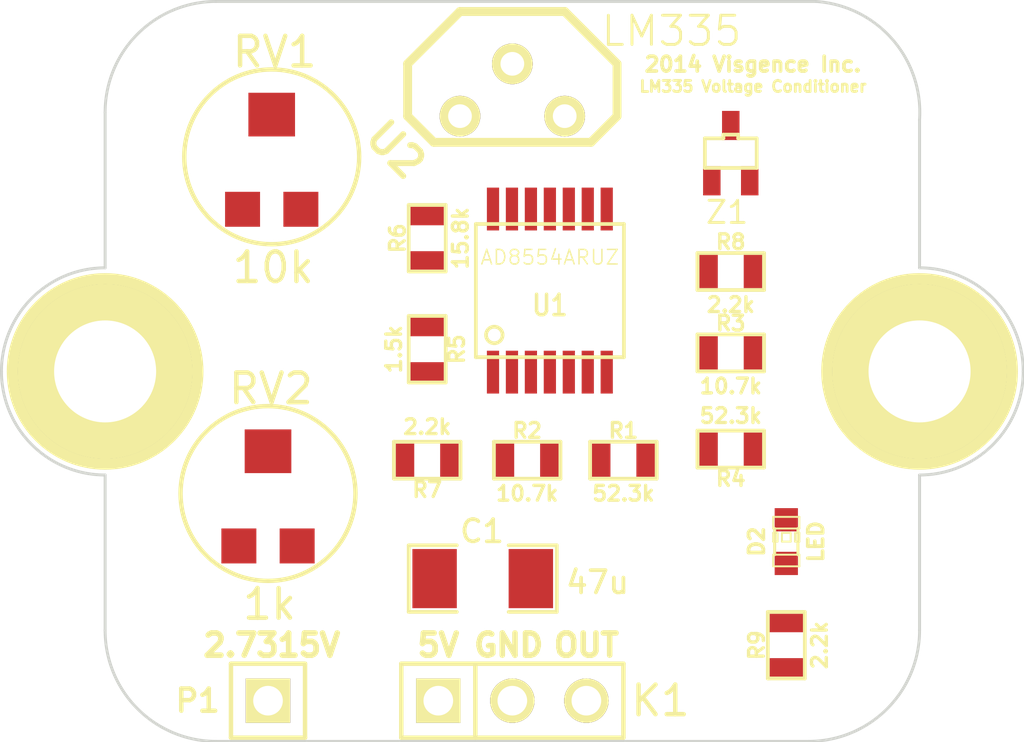
<source format=kicad_pcb>
(kicad_pcb (version 3) (host pcbnew "(2013-07-07 BZR 4022)-stable")

  (general
    (links 34)
    (no_connects 34)
    (area 19.23228 24.784493 54.42772 51.003201)
    (thickness 1.6)
    (drawings 21)
    (tracks 0)
    (zones 0)
    (modules 20)
    (nets 14)
  )

  (page USLetter)
  (title_block 
    (title "LM335 Voltage Conditioner")
    (rev 1)
    (company "Visgence Inc")
  )

  (layers
    (15 F.Cu signal)
    (0 B.Cu signal)
    (16 B.Adhes user)
    (17 F.Adhes user)
    (18 B.Paste user)
    (19 F.Paste user)
    (20 B.SilkS user)
    (21 F.SilkS user)
    (22 B.Mask user)
    (23 F.Mask user)
    (24 Dwgs.User user)
    (25 Cmts.User user)
    (26 Eco1.User user)
    (27 Eco2.User user)
    (28 Edge.Cuts user)
  )

  (setup
    (last_trace_width 0.254)
    (trace_clearance 0.254)
    (zone_clearance 0.508)
    (zone_45_only no)
    (trace_min 0.254)
    (segment_width 0.2)
    (edge_width 0.1)
    (via_size 0.889)
    (via_drill 0.635)
    (via_min_size 0.889)
    (via_min_drill 0.508)
    (uvia_size 0.508)
    (uvia_drill 0.127)
    (uvias_allowed no)
    (uvia_min_size 0.508)
    (uvia_min_drill 0.127)
    (pcb_text_width 0.3)
    (pcb_text_size 1.5 1.5)
    (mod_edge_width 0.15)
    (mod_text_size 1 1)
    (mod_text_width 0.15)
    (pad_size 1.397 1.397)
    (pad_drill 0.8128)
    (pad_to_mask_clearance 0)
    (aux_axis_origin 0 0)
    (visible_elements 7FFFFFBF)
    (pcbplotparams
      (layerselection 3178497)
      (usegerberextensions true)
      (excludeedgelayer true)
      (linewidth 0.150000)
      (plotframeref false)
      (viasonmask false)
      (mode 1)
      (useauxorigin false)
      (hpglpennumber 1)
      (hpglpenspeed 20)
      (hpglpendiameter 15)
      (hpglpenoverlay 2)
      (psnegative false)
      (psa4output false)
      (plotreference true)
      (plotvalue true)
      (plotothertext true)
      (plotinvisibletext false)
      (padsonsilk false)
      (subtractmaskfromsilk false)
      (outputformat 1)
      (mirror false)
      (drillshape 1)
      (scaleselection 1)
      (outputdirectory ""))
  )

  (net 0 "")
  (net 1 +5V)
  (net 2 /OUT)
  (net 3 /TEMP)
  (net 4 GND)
  (net 5 N-0000011)
  (net 6 N-0000016)
  (net 7 N-0000018)
  (net 8 N-000003)
  (net 9 N-000005)
  (net 10 N-000006)
  (net 11 N-000007)
  (net 12 N-000008)
  (net 13 N-000009)

  (net_class Default "This is the default net class."
    (clearance 0.254)
    (trace_width 0.254)
    (via_dia 0.889)
    (via_drill 0.635)
    (uvia_dia 0.508)
    (uvia_drill 0.127)
    (add_net "")
    (add_net +5V)
    (add_net /OUT)
    (add_net /TEMP)
    (add_net GND)
    (add_net N-0000011)
    (add_net N-0000016)
    (add_net N-0000018)
    (add_net N-000003)
    (add_net N-000005)
    (add_net N-000006)
    (add_net N-000007)
    (add_net N-000008)
    (add_net N-000009)
  )

  (module PIN_ARRAY_3X1 (layer F.Cu) (tedit 52D187DC) (tstamp 52D17DBE)
    (at 36.83 49.403)
    (descr "Connecteur 3 pins")
    (tags "CONN DEV")
    (path /52D0D4AF)
    (fp_text reference K1 (at 5.08 0) (layer F.SilkS)
      (effects (font (size 1.016 1.016) (thickness 0.1524)))
    )
    (fp_text value OUT (at 0 -2.159) (layer F.SilkS) hide
      (effects (font (size 1.016 1.016) (thickness 0.1524)))
    )
    (fp_line (start -3.81 1.27) (end -3.81 -1.27) (layer F.SilkS) (width 0.1524))
    (fp_line (start -3.81 -1.27) (end 3.81 -1.27) (layer F.SilkS) (width 0.1524))
    (fp_line (start 3.81 -1.27) (end 3.81 1.27) (layer F.SilkS) (width 0.1524))
    (fp_line (start 3.81 1.27) (end -3.81 1.27) (layer F.SilkS) (width 0.1524))
    (fp_line (start -1.27 -1.27) (end -1.27 1.27) (layer F.SilkS) (width 0.1524))
    (pad 1 thru_hole rect (at -2.54 0) (size 1.524 1.524) (drill 1.016)
      (layers *.Cu *.Mask F.SilkS)
      (net 1 +5V)
    )
    (pad 2 thru_hole circle (at 0 0) (size 1.524 1.524) (drill 1.016)
      (layers *.Cu *.Mask F.SilkS)
      (net 4 GND)
    )
    (pad 3 thru_hole circle (at 2.54 0) (size 1.524 1.524) (drill 1.016)
      (layers *.Cu *.Mask F.SilkS)
      (net 2 /OUT)
    )
    (model pin_array/pins_array_3x1.wrl
      (at (xyz 0 0 0))
      (scale (xyz 1 1 1))
      (rotate (xyz 0 0 0))
    )
  )

  (module PIN_ARRAY_1 (layer F.Cu) (tedit 52D217E2) (tstamp 52D17DC7)
    (at 28.448 49.403)
    (descr "1 pin")
    (tags "CONN DEV")
    (path /52D0D57F)
    (fp_text reference P1 (at -2.413 0) (layer F.SilkS)
      (effects (font (size 0.762 0.762) (thickness 0.1524)))
    )
    (fp_text value CONN_1 (at 0 -1.905) (layer F.SilkS) hide
      (effects (font (size 0.762 0.762) (thickness 0.1524)))
    )
    (fp_line (start 1.27 1.27) (end -1.27 1.27) (layer F.SilkS) (width 0.1524))
    (fp_line (start -1.27 -1.27) (end 1.27 -1.27) (layer F.SilkS) (width 0.1524))
    (fp_line (start -1.27 1.27) (end -1.27 -1.27) (layer F.SilkS) (width 0.1524))
    (fp_line (start 1.27 -1.27) (end 1.27 1.27) (layer F.SilkS) (width 0.1524))
    (pad 1 thru_hole rect (at 0 0) (size 1.524 1.524) (drill 1.016)
      (layers *.Cu *.Mask F.SilkS)
      (net 12 N-000008)
    )
    (model pin_array\pin_1.wrl
      (at (xyz 0 0 0))
      (scale (xyz 1 1 1))
      (rotate (xyz 0 0 0))
    )
  )

  (module LED-0603 (layer F.Cu) (tedit 4E16AFB4) (tstamp 52D17DE3)
    (at 46.228 43.942 90)
    (descr "LED 0603 smd package")
    (tags "LED led 0603 SMD smd SMT smt smdled SMDLED smtled SMTLED")
    (path /52D0D698)
    (attr smd)
    (fp_text reference D2 (at 0 -1.016 90) (layer F.SilkS)
      (effects (font (size 0.508 0.508) (thickness 0.127)))
    )
    (fp_text value LED (at 0 1.016 90) (layer F.SilkS)
      (effects (font (size 0.508 0.508) (thickness 0.127)))
    )
    (fp_line (start 0.44958 -0.44958) (end 0.44958 0.44958) (layer F.SilkS) (width 0.06604))
    (fp_line (start 0.44958 0.44958) (end 0.84836 0.44958) (layer F.SilkS) (width 0.06604))
    (fp_line (start 0.84836 -0.44958) (end 0.84836 0.44958) (layer F.SilkS) (width 0.06604))
    (fp_line (start 0.44958 -0.44958) (end 0.84836 -0.44958) (layer F.SilkS) (width 0.06604))
    (fp_line (start -0.84836 -0.44958) (end -0.84836 0.44958) (layer F.SilkS) (width 0.06604))
    (fp_line (start -0.84836 0.44958) (end -0.44958 0.44958) (layer F.SilkS) (width 0.06604))
    (fp_line (start -0.44958 -0.44958) (end -0.44958 0.44958) (layer F.SilkS) (width 0.06604))
    (fp_line (start -0.84836 -0.44958) (end -0.44958 -0.44958) (layer F.SilkS) (width 0.06604))
    (fp_line (start 0 -0.44958) (end 0 -0.29972) (layer F.SilkS) (width 0.06604))
    (fp_line (start 0 -0.29972) (end 0.29972 -0.29972) (layer F.SilkS) (width 0.06604))
    (fp_line (start 0.29972 -0.44958) (end 0.29972 -0.29972) (layer F.SilkS) (width 0.06604))
    (fp_line (start 0 -0.44958) (end 0.29972 -0.44958) (layer F.SilkS) (width 0.06604))
    (fp_line (start 0 0.29972) (end 0 0.44958) (layer F.SilkS) (width 0.06604))
    (fp_line (start 0 0.44958) (end 0.29972 0.44958) (layer F.SilkS) (width 0.06604))
    (fp_line (start 0.29972 0.29972) (end 0.29972 0.44958) (layer F.SilkS) (width 0.06604))
    (fp_line (start 0 0.29972) (end 0.29972 0.29972) (layer F.SilkS) (width 0.06604))
    (fp_line (start 0 -0.14986) (end 0 0.14986) (layer F.SilkS) (width 0.06604))
    (fp_line (start 0 0.14986) (end 0.29972 0.14986) (layer F.SilkS) (width 0.06604))
    (fp_line (start 0.29972 -0.14986) (end 0.29972 0.14986) (layer F.SilkS) (width 0.06604))
    (fp_line (start 0 -0.14986) (end 0.29972 -0.14986) (layer F.SilkS) (width 0.06604))
    (fp_line (start 0.44958 -0.39878) (end -0.44958 -0.39878) (layer F.SilkS) (width 0.1016))
    (fp_line (start 0.44958 0.39878) (end -0.44958 0.39878) (layer F.SilkS) (width 0.1016))
    (pad 1 smd rect (at -0.7493 0 90) (size 0.79756 0.79756)
      (layers F.Cu F.Paste F.Mask)
      (net 11 N-000007)
    )
    (pad 2 smd rect (at 0.7493 0 90) (size 0.79756 0.79756)
      (layers F.Cu F.Paste F.Mask)
      (net 4 GND)
    )
  )

  (module tssop-14 (layer F.Cu) (tedit 52D18782) (tstamp 52D17E72)
    (at 38.117 35.325)
    (descr TSSOP-14)
    (path /52D0CDCA)
    (attr smd)
    (fp_text reference U1 (at 0 0.508) (layer F.SilkS)
      (effects (font (size 0.70104 0.59944) (thickness 0.11938)))
    )
    (fp_text value AD8554ARUZ (at 0 -1.143) (layer F.SilkS)
      (effects (font (size 0.5 0.5) (thickness 0.05)))
    )
    (fp_circle (center -1.905 1.524) (end -2.032 1.778) (layer F.SilkS) (width 0.127))
    (fp_line (start 2.54 -2.286) (end -2.54 -2.286) (layer F.SilkS) (width 0.127))
    (fp_line (start -2.54 -2.286) (end -2.54 2.286) (layer F.SilkS) (width 0.127))
    (fp_line (start -2.54 2.286) (end 2.54 2.286) (layer F.SilkS) (width 0.127))
    (fp_line (start 2.54 2.286) (end 2.54 -2.286) (layer F.SilkS) (width 0.127))
    (pad 4 smd rect (at 0 2.79908) (size 0.4191 1.47066)
      (layers F.Cu F.Paste F.Mask)
      (net 1 +5V)
    )
    (pad 5 smd rect (at 0.65024 2.79908) (size 0.4191 1.47066)
      (layers F.Cu F.Paste F.Mask)
      (net 7 N-0000018)
    )
    (pad 6 smd rect (at 1.30048 2.79908) (size 0.4191 1.47066)
      (layers F.Cu F.Paste F.Mask)
      (net 5 N-0000011)
    )
    (pad 7 smd rect (at 1.95072 2.79908) (size 0.4191 1.47066)
      (layers F.Cu F.Paste F.Mask)
      (net 2 /OUT)
    )
    (pad 8 smd rect (at 1.95072 -2.79908) (size 0.4191 1.47066)
      (layers F.Cu F.Paste F.Mask)
      (net 6 N-0000016)
    )
    (pad 1 smd rect (at -1.95072 2.79908) (size 0.4191 1.47066)
      (layers F.Cu F.Paste F.Mask)
      (net 12 N-000008)
    )
    (pad 2 smd rect (at -1.30048 2.79908) (size 0.4191 1.47066)
      (layers F.Cu F.Paste F.Mask)
      (net 13 N-000009)
    )
    (pad 3 smd rect (at -0.65024 2.79908) (size 0.4191 1.47066)
      (layers F.Cu F.Paste F.Mask)
      (net 10 N-000006)
    )
    (pad 9 smd rect (at 1.30048 -2.79908) (size 0.4191 1.47066)
      (layers F.Cu F.Paste F.Mask)
      (net 6 N-0000016)
    )
    (pad 10 smd rect (at 0.65024 -2.79908) (size 0.4191 1.47066)
      (layers F.Cu F.Paste F.Mask)
      (net 3 /TEMP)
    )
    (pad 11 smd rect (at 0 -2.79908) (size 0.4191 1.47066)
      (layers F.Cu F.Paste F.Mask)
      (net 4 GND)
    )
    (pad 12 smd rect (at -0.65024 -2.79908) (size 0.4191 1.47066)
      (layers F.Cu F.Paste F.Mask)
    )
    (pad 13 smd rect (at -1.30048 -2.79908) (size 0.4191 1.47066)
      (layers F.Cu F.Paste F.Mask)
    )
    (pad 14 smd rect (at -1.95072 -2.79908) (size 0.4191 1.47066)
      (layers F.Cu F.Paste F.Mask)
    )
    (model smd/smd_dil/tssop-14.wrl
      (at (xyz 0 0 0))
      (scale (xyz 1 1 1))
      (rotate (xyz 0 0 0))
    )
  )

  (module TO92-123 (layer F.Cu) (tedit 52D1878D) (tstamp 52D1851E)
    (at 36.83 29.337 315)
    (descr "Transistor TO92 brochage type BC237")
    (tags "TR TO92")
    (path /52D0D243)
    (fp_text reference U2 (at -2.015254 3.6416 315) (layer F.SilkS)
      (effects (font (size 1.016 1.016) (thickness 0.2032)))
    )
    (fp_text value LM335 (at 2.298097 -4.843681 315) (layer F.SilkS) hide
      (effects (font (size 1.016 1.016) (thickness 0.2032)))
    )
    (fp_line (start -1.27 2.54) (end 2.54 -1.27) (layer F.SilkS) (width 0.3048))
    (fp_line (start 2.54 -1.27) (end 2.54 -2.54) (layer F.SilkS) (width 0.3048))
    (fp_line (start 2.54 -2.54) (end 1.27 -3.81) (layer F.SilkS) (width 0.3048))
    (fp_line (start 1.27 -3.81) (end -1.27 -3.81) (layer F.SilkS) (width 0.3048))
    (fp_line (start -1.27 -3.81) (end -3.81 -1.27) (layer F.SilkS) (width 0.3048))
    (fp_line (start -3.81 -1.27) (end -3.81 1.27) (layer F.SilkS) (width 0.3048))
    (fp_line (start -3.81 1.27) (end -2.54 2.54) (layer F.SilkS) (width 0.3048))
    (fp_line (start -2.54 2.54) (end -1.27 2.54) (layer F.SilkS) (width 0.3048))
    (pad 3 thru_hole circle (at 1.27 -1.27 315) (size 1.397 1.397) (drill 0.8128)
      (layers *.Cu *.Mask F.SilkS)
      (net 4 GND)
    )
    (pad 2 thru_hole circle (at -1.27 -1.27 315) (size 1.397 1.397) (drill 0.8128)
      (layers *.Cu *.Mask F.SilkS)
      (net 3 /TEMP)
    )
    (pad 1 thru_hole circle (at -1.27 1.27 315) (size 1.397 1.397) (drill 0.8128)
      (layers *.Cu *.Mask F.SilkS)
      (net 9 N-000005)
    )
    (model discret/to98.wrl
      (at (xyz 0 0 0))
      (scale (xyz 1 1 1))
      (rotate (xyz 0 0 0))
    )
  )

  (module SM0603_VIS (layer F.Cu) (tedit 52A161E2) (tstamp 52D17E99)
    (at 33.909 33.528 90)
    (path /52D0CE56)
    (attr smd)
    (fp_text reference R6 (at 0 -1.016 90) (layer F.SilkS)
      (effects (font (size 0.508 0.508) (thickness 0.1143)))
    )
    (fp_text value 15.8k (at 0 1.143 90) (layer F.SilkS)
      (effects (font (size 0.508 0.508) (thickness 0.1143)))
    )
    (fp_line (start -1.143 -0.635) (end 1.143 -0.635) (layer F.SilkS) (width 0.127))
    (fp_line (start 1.143 -0.635) (end 1.143 0.635) (layer F.SilkS) (width 0.127))
    (fp_line (start 1.143 0.635) (end -1.143 0.635) (layer F.SilkS) (width 0.127))
    (fp_line (start -1.143 0.635) (end -1.143 -0.635) (layer F.SilkS) (width 0.127))
    (pad 1 smd rect (at -0.762 0 90) (size 0.635 1.143)
      (layers F.Cu F.Paste F.Mask)
      (net 13 N-000009)
    )
    (pad 2 smd rect (at 0.762 0 90) (size 0.635 1.143)
      (layers F.Cu F.Paste F.Mask)
      (net 8 N-000003)
    )
    (model smd\resistors\R0603.wrl
      (at (xyz 0 0 0.001))
      (scale (xyz 0.5 0.5 0.5))
      (rotate (xyz 0 0 0))
    )
  )

  (module SM0603_VIS (layer F.Cu) (tedit 52A161E2) (tstamp 52D17EA3)
    (at 33.909 37.338 270)
    (path /52D0CE63)
    (attr smd)
    (fp_text reference R5 (at 0 -1.016 270) (layer F.SilkS)
      (effects (font (size 0.508 0.508) (thickness 0.1143)))
    )
    (fp_text value 1.5k (at 0 1.143 270) (layer F.SilkS)
      (effects (font (size 0.508 0.508) (thickness 0.1143)))
    )
    (fp_line (start -1.143 -0.635) (end 1.143 -0.635) (layer F.SilkS) (width 0.127))
    (fp_line (start 1.143 -0.635) (end 1.143 0.635) (layer F.SilkS) (width 0.127))
    (fp_line (start 1.143 0.635) (end -1.143 0.635) (layer F.SilkS) (width 0.127))
    (fp_line (start -1.143 0.635) (end -1.143 -0.635) (layer F.SilkS) (width 0.127))
    (pad 1 smd rect (at -0.762 0 270) (size 0.635 1.143)
      (layers F.Cu F.Paste F.Mask)
      (net 13 N-000009)
    )
    (pad 2 smd rect (at 0.762 0 270) (size 0.635 1.143)
      (layers F.Cu F.Paste F.Mask)
      (net 12 N-000008)
    )
    (model smd\resistors\R0603.wrl
      (at (xyz 0 0 0.001))
      (scale (xyz 0.5 0.5 0.5))
      (rotate (xyz 0 0 0))
    )
  )

  (module SM0603_VIS (layer F.Cu) (tedit 52A161E2) (tstamp 52D17EAD)
    (at 37.338 41.148)
    (path /52D0CEBE)
    (attr smd)
    (fp_text reference R2 (at 0 -1.016) (layer F.SilkS)
      (effects (font (size 0.508 0.508) (thickness 0.1143)))
    )
    (fp_text value 10.7k (at 0 1.143) (layer F.SilkS)
      (effects (font (size 0.508 0.508) (thickness 0.1143)))
    )
    (fp_line (start -1.143 -0.635) (end 1.143 -0.635) (layer F.SilkS) (width 0.127))
    (fp_line (start 1.143 -0.635) (end 1.143 0.635) (layer F.SilkS) (width 0.127))
    (fp_line (start 1.143 0.635) (end -1.143 0.635) (layer F.SilkS) (width 0.127))
    (fp_line (start -1.143 0.635) (end -1.143 -0.635) (layer F.SilkS) (width 0.127))
    (pad 1 smd rect (at -0.762 0) (size 0.635 1.143)
      (layers F.Cu F.Paste F.Mask)
      (net 12 N-000008)
    )
    (pad 2 smd rect (at 0.762 0) (size 0.635 1.143)
      (layers F.Cu F.Paste F.Mask)
      (net 5 N-0000011)
    )
    (model smd\resistors\R0603.wrl
      (at (xyz 0 0 0.001))
      (scale (xyz 0.5 0.5 0.5))
      (rotate (xyz 0 0 0))
    )
  )

  (module SM0603_VIS (layer F.Cu) (tedit 52A161E2) (tstamp 52D17EB7)
    (at 40.64 41.148)
    (path /52D0CED3)
    (attr smd)
    (fp_text reference R1 (at 0 -1.016) (layer F.SilkS)
      (effects (font (size 0.508 0.508) (thickness 0.1143)))
    )
    (fp_text value 52.3k (at 0 1.143) (layer F.SilkS)
      (effects (font (size 0.508 0.508) (thickness 0.1143)))
    )
    (fp_line (start -1.143 -0.635) (end 1.143 -0.635) (layer F.SilkS) (width 0.127))
    (fp_line (start 1.143 -0.635) (end 1.143 0.635) (layer F.SilkS) (width 0.127))
    (fp_line (start 1.143 0.635) (end -1.143 0.635) (layer F.SilkS) (width 0.127))
    (fp_line (start -1.143 0.635) (end -1.143 -0.635) (layer F.SilkS) (width 0.127))
    (pad 1 smd rect (at -0.762 0) (size 0.635 1.143)
      (layers F.Cu F.Paste F.Mask)
      (net 5 N-0000011)
    )
    (pad 2 smd rect (at 0.762 0) (size 0.635 1.143)
      (layers F.Cu F.Paste F.Mask)
      (net 2 /OUT)
    )
    (model smd\resistors\R0603.wrl
      (at (xyz 0 0 0.001))
      (scale (xyz 0.5 0.5 0.5))
      (rotate (xyz 0 0 0))
    )
  )

  (module SM0603_VIS (layer F.Cu) (tedit 52A161E2) (tstamp 52D17EC1)
    (at 44.323 40.767 180)
    (path /52D0CF03)
    (attr smd)
    (fp_text reference R4 (at 0 -1.016 180) (layer F.SilkS)
      (effects (font (size 0.508 0.508) (thickness 0.1143)))
    )
    (fp_text value 52.3k (at 0 1.143 180) (layer F.SilkS)
      (effects (font (size 0.508 0.508) (thickness 0.1143)))
    )
    (fp_line (start -1.143 -0.635) (end 1.143 -0.635) (layer F.SilkS) (width 0.127))
    (fp_line (start 1.143 -0.635) (end 1.143 0.635) (layer F.SilkS) (width 0.127))
    (fp_line (start 1.143 0.635) (end -1.143 0.635) (layer F.SilkS) (width 0.127))
    (fp_line (start -1.143 0.635) (end -1.143 -0.635) (layer F.SilkS) (width 0.127))
    (pad 1 smd rect (at -0.762 0 180) (size 0.635 1.143)
      (layers F.Cu F.Paste F.Mask)
      (net 4 GND)
    )
    (pad 2 smd rect (at 0.762 0 180) (size 0.635 1.143)
      (layers F.Cu F.Paste F.Mask)
      (net 7 N-0000018)
    )
    (model smd\resistors\R0603.wrl
      (at (xyz 0 0 0.001))
      (scale (xyz 0.5 0.5 0.5))
      (rotate (xyz 0 0 0))
    )
  )

  (module SM0603_VIS (layer F.Cu) (tedit 52A161E2) (tstamp 52D17ECB)
    (at 44.323 37.465)
    (path /52D0CF55)
    (attr smd)
    (fp_text reference R3 (at 0 -1.016) (layer F.SilkS)
      (effects (font (size 0.508 0.508) (thickness 0.1143)))
    )
    (fp_text value 10.7k (at 0 1.143) (layer F.SilkS)
      (effects (font (size 0.508 0.508) (thickness 0.1143)))
    )
    (fp_line (start -1.143 -0.635) (end 1.143 -0.635) (layer F.SilkS) (width 0.127))
    (fp_line (start 1.143 -0.635) (end 1.143 0.635) (layer F.SilkS) (width 0.127))
    (fp_line (start 1.143 0.635) (end -1.143 0.635) (layer F.SilkS) (width 0.127))
    (fp_line (start -1.143 0.635) (end -1.143 -0.635) (layer F.SilkS) (width 0.127))
    (pad 1 smd rect (at -0.762 0) (size 0.635 1.143)
      (layers F.Cu F.Paste F.Mask)
      (net 7 N-0000018)
    )
    (pad 2 smd rect (at 0.762 0) (size 0.635 1.143)
      (layers F.Cu F.Paste F.Mask)
      (net 6 N-0000016)
    )
    (model smd\resistors\R0603.wrl
      (at (xyz 0 0 0.001))
      (scale (xyz 0.5 0.5 0.5))
      (rotate (xyz 0 0 0))
    )
  )

  (module SM0603_VIS (layer F.Cu) (tedit 52A161E2) (tstamp 52D17ED5)
    (at 33.909 41.148 180)
    (path /52D0D25F)
    (attr smd)
    (fp_text reference R7 (at 0 -1.016 180) (layer F.SilkS)
      (effects (font (size 0.508 0.508) (thickness 0.1143)))
    )
    (fp_text value 2.2k (at 0 1.143 180) (layer F.SilkS)
      (effects (font (size 0.508 0.508) (thickness 0.1143)))
    )
    (fp_line (start -1.143 -0.635) (end 1.143 -0.635) (layer F.SilkS) (width 0.127))
    (fp_line (start 1.143 -0.635) (end 1.143 0.635) (layer F.SilkS) (width 0.127))
    (fp_line (start 1.143 0.635) (end -1.143 0.635) (layer F.SilkS) (width 0.127))
    (fp_line (start -1.143 0.635) (end -1.143 -0.635) (layer F.SilkS) (width 0.127))
    (pad 1 smd rect (at -0.762 0 180) (size 0.635 1.143)
      (layers F.Cu F.Paste F.Mask)
      (net 1 +5V)
    )
    (pad 2 smd rect (at 0.762 0 180) (size 0.635 1.143)
      (layers F.Cu F.Paste F.Mask)
      (net 3 /TEMP)
    )
    (model smd\resistors\R0603.wrl
      (at (xyz 0 0 0.001))
      (scale (xyz 0.5 0.5 0.5))
      (rotate (xyz 0 0 0))
    )
  )

  (module SM0603_VIS (layer F.Cu) (tedit 52A161E2) (tstamp 52D17EDF)
    (at 46.228 47.498 90)
    (path /52D0D68A)
    (attr smd)
    (fp_text reference R9 (at 0 -1.016 90) (layer F.SilkS)
      (effects (font (size 0.508 0.508) (thickness 0.1143)))
    )
    (fp_text value 2.2k (at 0 1.143 90) (layer F.SilkS)
      (effects (font (size 0.508 0.508) (thickness 0.1143)))
    )
    (fp_line (start -1.143 -0.635) (end 1.143 -0.635) (layer F.SilkS) (width 0.127))
    (fp_line (start 1.143 -0.635) (end 1.143 0.635) (layer F.SilkS) (width 0.127))
    (fp_line (start 1.143 0.635) (end -1.143 0.635) (layer F.SilkS) (width 0.127))
    (fp_line (start -1.143 0.635) (end -1.143 -0.635) (layer F.SilkS) (width 0.127))
    (pad 1 smd rect (at -0.762 0 90) (size 0.635 1.143)
      (layers F.Cu F.Paste F.Mask)
      (net 1 +5V)
    )
    (pad 2 smd rect (at 0.762 0 90) (size 0.635 1.143)
      (layers F.Cu F.Paste F.Mask)
      (net 11 N-000007)
    )
    (model smd\resistors\R0603.wrl
      (at (xyz 0 0 0.001))
      (scale (xyz 0.5 0.5 0.5))
      (rotate (xyz 0 0 0))
    )
  )

  (module SM0603_VIS (layer F.Cu) (tedit 52A161E2) (tstamp 52D17EE9)
    (at 44.323 34.671)
    (path /52D0D975)
    (attr smd)
    (fp_text reference R8 (at 0 -1.016) (layer F.SilkS)
      (effects (font (size 0.508 0.508) (thickness 0.1143)))
    )
    (fp_text value 2.2k (at 0 1.143) (layer F.SilkS)
      (effects (font (size 0.508 0.508) (thickness 0.1143)))
    )
    (fp_line (start -1.143 -0.635) (end 1.143 -0.635) (layer F.SilkS) (width 0.127))
    (fp_line (start 1.143 -0.635) (end 1.143 0.635) (layer F.SilkS) (width 0.127))
    (fp_line (start 1.143 0.635) (end -1.143 0.635) (layer F.SilkS) (width 0.127))
    (fp_line (start -1.143 0.635) (end -1.143 -0.635) (layer F.SilkS) (width 0.127))
    (pad 1 smd rect (at -0.762 0) (size 0.635 1.143)
      (layers F.Cu F.Paste F.Mask)
      (net 10 N-000006)
    )
    (pad 2 smd rect (at 0.762 0) (size 0.635 1.143)
      (layers F.Cu F.Paste F.Mask)
      (net 1 +5V)
    )
    (model smd\resistors\R0603.wrl
      (at (xyz 0 0 0.001))
      (scale (xyz 0.5 0.5 0.5))
      (rotate (xyz 0 0 0))
    )
  )

  (module SM1206_VIS (layer F.Cu) (tedit 52D21724) (tstamp 52D17DB2)
    (at 35.814 45.212)
    (path /52D0D775)
    (attr smd)
    (fp_text reference C1 (at -0.0254 -1.6256) (layer F.SilkS)
      (effects (font (size 0.762 0.762) (thickness 0.127)))
    )
    (fp_text value 47u (at 3.937 0.127) (layer F.SilkS)
      (effects (font (size 0.762 0.762) (thickness 0.127)))
    )
    (fp_line (start -2.54 -1.143) (end -2.54 1.143) (layer F.SilkS) (width 0.127))
    (fp_line (start -2.54 1.143) (end -0.889 1.143) (layer F.SilkS) (width 0.127))
    (fp_line (start 0.889 -1.143) (end 2.54 -1.143) (layer F.SilkS) (width 0.127))
    (fp_line (start 2.54 -1.143) (end 2.54 1.143) (layer F.SilkS) (width 0.127))
    (fp_line (start 2.54 1.143) (end 0.889 1.143) (layer F.SilkS) (width 0.127))
    (fp_line (start -0.889 -1.143) (end -2.54 -1.143) (layer F.SilkS) (width 0.127))
    (pad 1 smd rect (at -1.651 0) (size 1.524 2.032)
      (layers F.Cu F.Paste F.Mask)
      (net 1 +5V)
    )
    (pad 2 smd rect (at 1.651 0) (size 1.524 2.032)
      (layers F.Cu F.Paste F.Mask)
      (net 4 GND)
    )
    (model smd/chip_cms.wrl
      (at (xyz 0 0 0))
      (scale (xyz 0.17 0.16 0.16))
      (rotate (xyz 0 0 0))
    )
  )

  (module SOT323 (layer F.Cu) (tedit 450AC34A) (tstamp 52D17E8F)
    (at 44.323 30.607 180)
    (tags "SMD SOT")
    (path /52D18185)
    (attr smd)
    (fp_text reference Z1 (at 0.127 -2.032 180) (layer F.SilkS)
      (effects (font (size 0.762 0.762) (thickness 0.09906)))
    )
    (fp_text value ADR5041 (at 0 0 180) (layer F.SilkS) hide
      (effects (font (size 0.70104 0.70104) (thickness 0.09906)))
    )
    (fp_line (start 0.254 0.508) (end 0.889 0.508) (layer F.SilkS) (width 0.127))
    (fp_line (start 0.889 0.508) (end 0.889 -0.508) (layer F.SilkS) (width 0.127))
    (fp_line (start -0.889 -0.508) (end -0.889 0.508) (layer F.SilkS) (width 0.127))
    (fp_line (start -0.889 0.508) (end -0.254 0.508) (layer F.SilkS) (width 0.127))
    (fp_line (start 0.254 0.635) (end 0.254 0.508) (layer F.SilkS) (width 0.127))
    (fp_line (start -0.254 0.508) (end -0.254 0.635) (layer F.SilkS) (width 0.127))
    (fp_line (start 0.889 -0.508) (end -0.889 -0.508) (layer F.SilkS) (width 0.127))
    (fp_line (start -0.254 0.635) (end 0.254 0.635) (layer F.SilkS) (width 0.127))
    (pad 2 smd rect (at -0.65024 -0.94996 180) (size 0.59944 1.00076)
      (layers F.Cu F.Paste F.Mask)
      (net 4 GND)
    )
    (pad 1 smd rect (at 0.65024 -0.94996 180) (size 0.59944 1.00076)
      (layers F.Cu F.Paste F.Mask)
      (net 10 N-000006)
    )
    (pad 3 smd rect (at 0 0.94996 180) (size 0.59944 1.00076)
      (layers F.Cu F.Paste F.Mask)
    )
    (model smd/SOT323.wrl
      (at (xyz 0 0 0.001))
      (scale (xyz 0.3937 0.3937 0.3937))
      (rotate (xyz 0 0 0))
    )
  )

  (module TC33X-2 (layer F.Cu) (tedit 52D18442) (tstamp 52D17EF5)
    (at 28.448 42.291)
    (descr TC33X-2)
    (tags "CONN DEV")
    (path /52D0CE71)
    (fp_text reference RV2 (at 0.1 -3.6) (layer F.SilkS)
      (effects (font (size 1.016 1.016) (thickness 0.1524)))
    )
    (fp_text value 1k (at 0.05 3.8) (layer F.SilkS)
      (effects (font (size 1.016 1.016) (thickness 0.1524)))
    )
    (fp_circle (center 0 0) (end 3 0) (layer F.SilkS) (width 0.15))
    (pad 1 smd rect (at -1 1.8) (size 1.2 1.2)
      (layers F.Cu F.Paste F.Mask)
      (net 4 GND)
    )
    (pad 2 smd rect (at 0 -1.45) (size 1.6 1.5)
      (layers F.Cu F.Paste F.Mask)
      (net 8 N-000003)
    )
    (pad 3 smd rect (at 1 1.8) (size 1.2 1.2)
      (layers F.Cu F.Paste F.Mask)
    )
  )

  (module TC33X-2 (layer F.Cu) (tedit 52D18442) (tstamp 52D17F01)
    (at 28.575 30.734)
    (descr TC33X-2)
    (tags "CONN DEV")
    (path /52D0D2FB)
    (fp_text reference RV1 (at 0.1 -3.6) (layer F.SilkS)
      (effects (font (size 1.016 1.016) (thickness 0.1524)))
    )
    (fp_text value 10k (at 0.05 3.8) (layer F.SilkS)
      (effects (font (size 1.016 1.016) (thickness 0.1524)))
    )
    (fp_circle (center 0 0) (end 3 0) (layer F.SilkS) (width 0.15))
    (pad 1 smd rect (at -1 1.8) (size 1.2 1.2)
      (layers F.Cu F.Paste F.Mask)
      (net 4 GND)
    )
    (pad 2 smd rect (at 0 -1.45) (size 1.6 1.5)
      (layers F.Cu F.Paste F.Mask)
      (net 9 N-000005)
    )
    (pad 3 smd rect (at 1 1.8) (size 1.2 1.2)
      (layers F.Cu F.Paste F.Mask)
      (net 3 /TEMP)
    )
  )

  (module 1pin_C (layer F.Cu) (tedit 516E1C48) (tstamp 52D189EB)
    (at 22.86 38.1)
    (descr "module 1 pin (ou trou mecanique de percage)")
    (tags DEV)
    (path 1pin)
    (fp_text reference p2 (at 0 -3.048) (layer F.SilkS) hide
      (effects (font (size 1.016 1.016) (thickness 0.254)))
    )
    (fp_text value pin (at 0 2.794) (layer F.SilkS) hide
      (effects (font (size 1.016 1.016) (thickness 0.254)))
    )
    (fp_circle (center 0 0) (end 3.175 0.2286) (layer F.SilkS) (width 0.381))
    (pad 1 thru_hole circle (at 0 0) (size 6 6) (drill 3.5)
      (layers *.Cu *.Mask F.SilkS)
    )
  )

  (module 1pin_C (layer F.Cu) (tedit 516E1C48) (tstamp 52D18B18)
    (at 50.8 38.1)
    (descr "module 1 pin (ou trou mecanique de percage)")
    (tags DEV)
    (path 1pin)
    (fp_text reference p2 (at 0 -3.048) (layer F.SilkS) hide
      (effects (font (size 1.016 1.016) (thickness 0.254)))
    )
    (fp_text value pin (at 0 2.794) (layer F.SilkS) hide
      (effects (font (size 1.016 1.016) (thickness 0.254)))
    )
    (fp_circle (center 0 0) (end 3.175 0.2286) (layer F.SilkS) (width 0.381))
    (pad 1 thru_hole circle (at 0 0) (size 6 6) (drill 3.5)
      (layers *.Cu *.Mask F.SilkS)
    )
  )

  (gr_text "LM335 Voltage Conditioner" (at 45.085 28.321) (layer F.SilkS)
    (effects (font (size 0.381 0.381) (thickness 0.09525)))
  )
  (gr_text "2014 Visgence Inc." (at 45.085 27.559) (layer F.SilkS)
    (effects (font (size 0.508 0.508) (thickness 0.127)))
  )
  (gr_text 2.7315V (at 28.575 47.498) (layer F.SilkS)
    (effects (font (size 0.762 0.762) (thickness 0.1905)))
  )
  (gr_text OUT (at 39.37 47.498) (layer F.SilkS)
    (effects (font (size 0.762 0.762) (thickness 0.1905)))
  )
  (gr_text GND (at 36.703 47.498) (layer F.SilkS)
    (effects (font (size 0.762 0.762) (thickness 0.1905)))
  )
  (gr_text 5V (at 34.29 47.498) (layer F.SilkS)
    (effects (font (size 0.762 0.762) (thickness 0.1905)))
  )
  (gr_line (start 22.86 46.99) (end 22.86 41.656) (angle 90) (layer Edge.Cuts) (width 0.1))
  (gr_line (start 46.99 50.8) (end 26.67 50.8) (angle 90) (layer Edge.Cuts) (width 0.1))
  (gr_line (start 50.8 41.656) (end 50.8 46.99) (angle 90) (layer Edge.Cuts) (width 0.1))
  (gr_arc (start 26.67 46.99) (end 26.67 50.8) (angle 90) (layer Edge.Cuts) (width 0.1))
  (gr_arc (start 46.99 46.99) (end 50.8 46.99) (angle 90) (layer Edge.Cuts) (width 0.1))
  (gr_line (start 22.86 29.21) (end 22.86 34.544) (angle 90) (layer Edge.Cuts) (width 0.1))
  (gr_line (start 47.244 25.4) (end 26.67 25.4) (angle 90) (layer Edge.Cuts) (width 0.1))
  (gr_line (start 50.8 29.464) (end 50.8 34.544) (angle 90) (layer Edge.Cuts) (width 0.1))
  (gr_arc (start 26.67 29.21) (end 22.86 29.21) (angle 90) (layer Edge.Cuts) (width 0.1))
  (gr_arc (start 46.99 29.21) (end 47.244 25.4) (angle 90) (layer Edge.Cuts) (width 0.1))
  (gr_arc (start 50.8 38.1) (end 54.356 38.1) (angle 90) (layer Edge.Cuts) (width 0.1))
  (gr_arc (start 50.8 38.1) (end 50.8 34.544) (angle 90) (layer Edge.Cuts) (width 0.1))
  (gr_arc (start 22.86 38.1) (end 22.86 41.656) (angle 90) (layer Edge.Cuts) (width 0.1))
  (gr_arc (start 22.86 38.1) (end 19.304 38.1) (angle 90) (layer Edge.Cuts) (width 0.1))
  (gr_text LM335 (at 42.291 26.416) (layer F.SilkS)
    (effects (font (size 1 1) (thickness 0.1)))
  )

)

</source>
